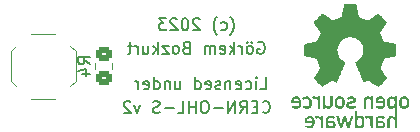
<source format=gbo>
G04 #@! TF.GenerationSoftware,KiCad,Pcbnew,(6.0.10)*
G04 #@! TF.CreationDate,2023-05-08T16:14:21+03:00*
G04 #@! TF.ProjectId,trinteract,7472696e-7465-4726-9163-742e6b696361,rev?*
G04 #@! TF.SameCoordinates,Original*
G04 #@! TF.FileFunction,Legend,Bot*
G04 #@! TF.FilePolarity,Positive*
%FSLAX46Y46*%
G04 Gerber Fmt 4.6, Leading zero omitted, Abs format (unit mm)*
G04 Created by KiCad (PCBNEW (6.0.10)) date 2023-05-08 16:14:21*
%MOMM*%
%LPD*%
G01*
G04 APERTURE LIST*
G04 Aperture macros list*
%AMRoundRect*
0 Rectangle with rounded corners*
0 $1 Rounding radius*
0 $2 $3 $4 $5 $6 $7 $8 $9 X,Y pos of 4 corners*
0 Add a 4 corners polygon primitive as box body*
4,1,4,$2,$3,$4,$5,$6,$7,$8,$9,$2,$3,0*
0 Add four circle primitives for the rounded corners*
1,1,$1+$1,$2,$3*
1,1,$1+$1,$4,$5*
1,1,$1+$1,$6,$7*
1,1,$1+$1,$8,$9*
0 Add four rect primitives between the rounded corners*
20,1,$1+$1,$2,$3,$4,$5,0*
20,1,$1+$1,$4,$5,$6,$7,0*
20,1,$1+$1,$6,$7,$8,$9,0*
20,1,$1+$1,$8,$9,$2,$3,0*%
G04 Aperture macros list end*
%ADD10C,0.150000*%
%ADD11C,0.120000*%
%ADD12C,5.600000*%
%ADD13C,1.752600*%
%ADD14R,1.000000X1.700000*%
%ADD15R,1.700000X1.700000*%
%ADD16O,1.700000X1.700000*%
%ADD17RoundRect,0.250000X0.450000X-0.350000X0.450000X0.350000X-0.450000X0.350000X-0.450000X-0.350000X0*%
G04 APERTURE END LIST*
D10*
X143190476Y-99000000D02*
X143285714Y-98952380D01*
X143428571Y-98952380D01*
X143571428Y-99000000D01*
X143666666Y-99095238D01*
X143714285Y-99190476D01*
X143761904Y-99380952D01*
X143761904Y-99523809D01*
X143714285Y-99714285D01*
X143666666Y-99809523D01*
X143571428Y-99904761D01*
X143428571Y-99952380D01*
X143333333Y-99952380D01*
X143190476Y-99904761D01*
X143142857Y-99857142D01*
X143142857Y-99523809D01*
X143333333Y-99523809D01*
X142571428Y-99952380D02*
X142666666Y-99904761D01*
X142714285Y-99857142D01*
X142761904Y-99761904D01*
X142761904Y-99476190D01*
X142714285Y-99380952D01*
X142666666Y-99333333D01*
X142571428Y-99285714D01*
X142428571Y-99285714D01*
X142333333Y-99333333D01*
X142285714Y-99380952D01*
X142238095Y-99476190D01*
X142238095Y-99761904D01*
X142285714Y-99857142D01*
X142333333Y-99904761D01*
X142428571Y-99952380D01*
X142571428Y-99952380D01*
X142666666Y-98952380D02*
X142619047Y-99000000D01*
X142666666Y-99047619D01*
X142714285Y-99000000D01*
X142666666Y-98952380D01*
X142666666Y-99047619D01*
X142285714Y-98952380D02*
X142238095Y-99000000D01*
X142285714Y-99047619D01*
X142333333Y-99000000D01*
X142285714Y-98952380D01*
X142285714Y-99047619D01*
X141809523Y-99952380D02*
X141809523Y-99285714D01*
X141809523Y-99476190D02*
X141761904Y-99380952D01*
X141714285Y-99333333D01*
X141619047Y-99285714D01*
X141523809Y-99285714D01*
X141190476Y-99952380D02*
X141190476Y-98952380D01*
X141095238Y-99571428D02*
X140809523Y-99952380D01*
X140809523Y-99285714D02*
X141190476Y-99666666D01*
X140000000Y-99904761D02*
X140095238Y-99952380D01*
X140285714Y-99952380D01*
X140380952Y-99904761D01*
X140428571Y-99809523D01*
X140428571Y-99428571D01*
X140380952Y-99333333D01*
X140285714Y-99285714D01*
X140095238Y-99285714D01*
X140000000Y-99333333D01*
X139952380Y-99428571D01*
X139952380Y-99523809D01*
X140428571Y-99619047D01*
X139523809Y-99952380D02*
X139523809Y-99285714D01*
X139523809Y-99380952D02*
X139476190Y-99333333D01*
X139380952Y-99285714D01*
X139238095Y-99285714D01*
X139142857Y-99333333D01*
X139095238Y-99428571D01*
X139095238Y-99952380D01*
X139095238Y-99428571D02*
X139047619Y-99333333D01*
X138952380Y-99285714D01*
X138809523Y-99285714D01*
X138714285Y-99333333D01*
X138666666Y-99428571D01*
X138666666Y-99952380D01*
X137095238Y-99428571D02*
X136952380Y-99476190D01*
X136904761Y-99523809D01*
X136857142Y-99619047D01*
X136857142Y-99761904D01*
X136904761Y-99857142D01*
X136952380Y-99904761D01*
X137047619Y-99952380D01*
X137428571Y-99952380D01*
X137428571Y-98952380D01*
X137095238Y-98952380D01*
X137000000Y-99000000D01*
X136952380Y-99047619D01*
X136904761Y-99142857D01*
X136904761Y-99238095D01*
X136952380Y-99333333D01*
X137000000Y-99380952D01*
X137095238Y-99428571D01*
X137428571Y-99428571D01*
X136285714Y-99952380D02*
X136380952Y-99904761D01*
X136428571Y-99857142D01*
X136476190Y-99761904D01*
X136476190Y-99476190D01*
X136428571Y-99380952D01*
X136380952Y-99333333D01*
X136285714Y-99285714D01*
X136142857Y-99285714D01*
X136047619Y-99333333D01*
X136000000Y-99380952D01*
X135952380Y-99476190D01*
X135952380Y-99761904D01*
X136000000Y-99857142D01*
X136047619Y-99904761D01*
X136142857Y-99952380D01*
X136285714Y-99952380D01*
X135619047Y-99285714D02*
X135095238Y-99285714D01*
X135619047Y-99952380D01*
X135095238Y-99952380D01*
X134714285Y-99952380D02*
X134714285Y-98952380D01*
X134619047Y-99571428D02*
X134333333Y-99952380D01*
X134333333Y-99285714D02*
X134714285Y-99666666D01*
X133476190Y-99285714D02*
X133476190Y-99952380D01*
X133904761Y-99285714D02*
X133904761Y-99809523D01*
X133857142Y-99904761D01*
X133761904Y-99952380D01*
X133619047Y-99952380D01*
X133523809Y-99904761D01*
X133476190Y-99857142D01*
X133000000Y-99952380D02*
X133000000Y-99285714D01*
X133000000Y-99476190D02*
X132952380Y-99380952D01*
X132904761Y-99333333D01*
X132809523Y-99285714D01*
X132714285Y-99285714D01*
X132523809Y-99285714D02*
X132142857Y-99285714D01*
X132380952Y-98952380D02*
X132380952Y-99809523D01*
X132333333Y-99904761D01*
X132238095Y-99952380D01*
X132142857Y-99952380D01*
X140857142Y-98333333D02*
X140904761Y-98285714D01*
X141000000Y-98142857D01*
X141047619Y-98047619D01*
X141095238Y-97904761D01*
X141142857Y-97666666D01*
X141142857Y-97476190D01*
X141095238Y-97238095D01*
X141047619Y-97095238D01*
X141000000Y-97000000D01*
X140904761Y-96857142D01*
X140857142Y-96809523D01*
X140047619Y-97904761D02*
X140142857Y-97952380D01*
X140333333Y-97952380D01*
X140428571Y-97904761D01*
X140476190Y-97857142D01*
X140523809Y-97761904D01*
X140523809Y-97476190D01*
X140476190Y-97380952D01*
X140428571Y-97333333D01*
X140333333Y-97285714D01*
X140142857Y-97285714D01*
X140047619Y-97333333D01*
X139714285Y-98333333D02*
X139666666Y-98285714D01*
X139571428Y-98142857D01*
X139523809Y-98047619D01*
X139476190Y-97904761D01*
X139428571Y-97666666D01*
X139428571Y-97476190D01*
X139476190Y-97238095D01*
X139523809Y-97095238D01*
X139571428Y-97000000D01*
X139666666Y-96857142D01*
X139714285Y-96809523D01*
X138238095Y-97047619D02*
X138190476Y-97000000D01*
X138095238Y-96952380D01*
X137857142Y-96952380D01*
X137761904Y-97000000D01*
X137714285Y-97047619D01*
X137666666Y-97142857D01*
X137666666Y-97238095D01*
X137714285Y-97380952D01*
X138285714Y-97952380D01*
X137666666Y-97952380D01*
X137047619Y-96952380D02*
X136952380Y-96952380D01*
X136857142Y-97000000D01*
X136809523Y-97047619D01*
X136761904Y-97142857D01*
X136714285Y-97333333D01*
X136714285Y-97571428D01*
X136761904Y-97761904D01*
X136809523Y-97857142D01*
X136857142Y-97904761D01*
X136952380Y-97952380D01*
X137047619Y-97952380D01*
X137142857Y-97904761D01*
X137190476Y-97857142D01*
X137238095Y-97761904D01*
X137285714Y-97571428D01*
X137285714Y-97333333D01*
X137238095Y-97142857D01*
X137190476Y-97047619D01*
X137142857Y-97000000D01*
X137047619Y-96952380D01*
X136333333Y-97047619D02*
X136285714Y-97000000D01*
X136190476Y-96952380D01*
X135952380Y-96952380D01*
X135857142Y-97000000D01*
X135809523Y-97047619D01*
X135761904Y-97142857D01*
X135761904Y-97238095D01*
X135809523Y-97380952D01*
X136380952Y-97952380D01*
X135761904Y-97952380D01*
X135428571Y-96952380D02*
X134809523Y-96952380D01*
X135142857Y-97333333D01*
X135000000Y-97333333D01*
X134904761Y-97380952D01*
X134857142Y-97428571D01*
X134809523Y-97523809D01*
X134809523Y-97761904D01*
X134857142Y-97857142D01*
X134904761Y-97904761D01*
X135000000Y-97952380D01*
X135285714Y-97952380D01*
X135380952Y-97904761D01*
X135428571Y-97857142D01*
X143571428Y-104857142D02*
X143619047Y-104904761D01*
X143761904Y-104952380D01*
X143857142Y-104952380D01*
X144000000Y-104904761D01*
X144095238Y-104809523D01*
X144142857Y-104714285D01*
X144190476Y-104523809D01*
X144190476Y-104380952D01*
X144142857Y-104190476D01*
X144095238Y-104095238D01*
X144000000Y-104000000D01*
X143857142Y-103952380D01*
X143761904Y-103952380D01*
X143619047Y-104000000D01*
X143571428Y-104047619D01*
X143142857Y-104428571D02*
X142809523Y-104428571D01*
X142666666Y-104952380D02*
X143142857Y-104952380D01*
X143142857Y-103952380D01*
X142666666Y-103952380D01*
X141666666Y-104952380D02*
X142000000Y-104476190D01*
X142238095Y-104952380D02*
X142238095Y-103952380D01*
X141857142Y-103952380D01*
X141761904Y-104000000D01*
X141714285Y-104047619D01*
X141666666Y-104142857D01*
X141666666Y-104285714D01*
X141714285Y-104380952D01*
X141761904Y-104428571D01*
X141857142Y-104476190D01*
X142238095Y-104476190D01*
X141238095Y-104952380D02*
X141238095Y-103952380D01*
X140666666Y-104952380D01*
X140666666Y-103952380D01*
X140190476Y-104571428D02*
X139428571Y-104571428D01*
X138761904Y-103952380D02*
X138571428Y-103952380D01*
X138476190Y-104000000D01*
X138380952Y-104095238D01*
X138333333Y-104285714D01*
X138333333Y-104619047D01*
X138380952Y-104809523D01*
X138476190Y-104904761D01*
X138571428Y-104952380D01*
X138761904Y-104952380D01*
X138857142Y-104904761D01*
X138952380Y-104809523D01*
X139000000Y-104619047D01*
X139000000Y-104285714D01*
X138952380Y-104095238D01*
X138857142Y-104000000D01*
X138761904Y-103952380D01*
X137904761Y-104952380D02*
X137904761Y-103952380D01*
X137904761Y-104428571D02*
X137333333Y-104428571D01*
X137333333Y-104952380D02*
X137333333Y-103952380D01*
X136380952Y-104952380D02*
X136857142Y-104952380D01*
X136857142Y-103952380D01*
X136047619Y-104571428D02*
X135285714Y-104571428D01*
X134857142Y-104904761D02*
X134714285Y-104952380D01*
X134476190Y-104952380D01*
X134380952Y-104904761D01*
X134333333Y-104857142D01*
X134285714Y-104761904D01*
X134285714Y-104666666D01*
X134333333Y-104571428D01*
X134380952Y-104523809D01*
X134476190Y-104476190D01*
X134666666Y-104428571D01*
X134761904Y-104380952D01*
X134809523Y-104333333D01*
X134857142Y-104238095D01*
X134857142Y-104142857D01*
X134809523Y-104047619D01*
X134761904Y-104000000D01*
X134666666Y-103952380D01*
X134428571Y-103952380D01*
X134285714Y-104000000D01*
X133190476Y-104285714D02*
X132952380Y-104952380D01*
X132714285Y-104285714D01*
X132380952Y-104047619D02*
X132333333Y-104000000D01*
X132238095Y-103952380D01*
X132000000Y-103952380D01*
X131904761Y-104000000D01*
X131857142Y-104047619D01*
X131809523Y-104142857D01*
X131809523Y-104238095D01*
X131857142Y-104380952D01*
X132428571Y-104952380D01*
X131809523Y-104952380D01*
X143380952Y-102952380D02*
X143857142Y-102952380D01*
X143857142Y-101952380D01*
X143047619Y-102952380D02*
X143047619Y-102285714D01*
X143047619Y-101952380D02*
X143095238Y-102000000D01*
X143047619Y-102047619D01*
X143000000Y-102000000D01*
X143047619Y-101952380D01*
X143047619Y-102047619D01*
X142142857Y-102904761D02*
X142238095Y-102952380D01*
X142428571Y-102952380D01*
X142523809Y-102904761D01*
X142571428Y-102857142D01*
X142619047Y-102761904D01*
X142619047Y-102476190D01*
X142571428Y-102380952D01*
X142523809Y-102333333D01*
X142428571Y-102285714D01*
X142238095Y-102285714D01*
X142142857Y-102333333D01*
X141333333Y-102904761D02*
X141428571Y-102952380D01*
X141619047Y-102952380D01*
X141714285Y-102904761D01*
X141761904Y-102809523D01*
X141761904Y-102428571D01*
X141714285Y-102333333D01*
X141619047Y-102285714D01*
X141428571Y-102285714D01*
X141333333Y-102333333D01*
X141285714Y-102428571D01*
X141285714Y-102523809D01*
X141761904Y-102619047D01*
X140857142Y-102285714D02*
X140857142Y-102952380D01*
X140857142Y-102380952D02*
X140809523Y-102333333D01*
X140714285Y-102285714D01*
X140571428Y-102285714D01*
X140476190Y-102333333D01*
X140428571Y-102428571D01*
X140428571Y-102952380D01*
X140000000Y-102904761D02*
X139904761Y-102952380D01*
X139714285Y-102952380D01*
X139619047Y-102904761D01*
X139571428Y-102809523D01*
X139571428Y-102761904D01*
X139619047Y-102666666D01*
X139714285Y-102619047D01*
X139857142Y-102619047D01*
X139952380Y-102571428D01*
X140000000Y-102476190D01*
X140000000Y-102428571D01*
X139952380Y-102333333D01*
X139857142Y-102285714D01*
X139714285Y-102285714D01*
X139619047Y-102333333D01*
X138761904Y-102904761D02*
X138857142Y-102952380D01*
X139047619Y-102952380D01*
X139142857Y-102904761D01*
X139190476Y-102809523D01*
X139190476Y-102428571D01*
X139142857Y-102333333D01*
X139047619Y-102285714D01*
X138857142Y-102285714D01*
X138761904Y-102333333D01*
X138714285Y-102428571D01*
X138714285Y-102523809D01*
X139190476Y-102619047D01*
X137857142Y-102952380D02*
X137857142Y-101952380D01*
X137857142Y-102904761D02*
X137952380Y-102952380D01*
X138142857Y-102952380D01*
X138238095Y-102904761D01*
X138285714Y-102857142D01*
X138333333Y-102761904D01*
X138333333Y-102476190D01*
X138285714Y-102380952D01*
X138238095Y-102333333D01*
X138142857Y-102285714D01*
X137952380Y-102285714D01*
X137857142Y-102333333D01*
X136190476Y-102285714D02*
X136190476Y-102952380D01*
X136619047Y-102285714D02*
X136619047Y-102809523D01*
X136571428Y-102904761D01*
X136476190Y-102952380D01*
X136333333Y-102952380D01*
X136238095Y-102904761D01*
X136190476Y-102857142D01*
X135714285Y-102285714D02*
X135714285Y-102952380D01*
X135714285Y-102380952D02*
X135666666Y-102333333D01*
X135571428Y-102285714D01*
X135428571Y-102285714D01*
X135333333Y-102333333D01*
X135285714Y-102428571D01*
X135285714Y-102952380D01*
X134380952Y-102952380D02*
X134380952Y-101952380D01*
X134380952Y-102904761D02*
X134476190Y-102952380D01*
X134666666Y-102952380D01*
X134761904Y-102904761D01*
X134809523Y-102857142D01*
X134857142Y-102761904D01*
X134857142Y-102476190D01*
X134809523Y-102380952D01*
X134761904Y-102333333D01*
X134666666Y-102285714D01*
X134476190Y-102285714D01*
X134380952Y-102333333D01*
X133523809Y-102904761D02*
X133619047Y-102952380D01*
X133809523Y-102952380D01*
X133904761Y-102904761D01*
X133952380Y-102809523D01*
X133952380Y-102428571D01*
X133904761Y-102333333D01*
X133809523Y-102285714D01*
X133619047Y-102285714D01*
X133523809Y-102333333D01*
X133476190Y-102428571D01*
X133476190Y-102523809D01*
X133952380Y-102619047D01*
X133047619Y-102952380D02*
X133047619Y-102285714D01*
X133047619Y-102476190D02*
X133000000Y-102380952D01*
X132952380Y-102333333D01*
X132857142Y-102285714D01*
X132761904Y-102285714D01*
G04 #@! TO.C,R4*
X128952380Y-100833333D02*
X128476190Y-100500000D01*
X128952380Y-100261904D02*
X127952380Y-100261904D01*
X127952380Y-100642857D01*
X128000000Y-100738095D01*
X128047619Y-100785714D01*
X128142857Y-100833333D01*
X128285714Y-100833333D01*
X128380952Y-100785714D01*
X128428571Y-100738095D01*
X128476190Y-100642857D01*
X128476190Y-100261904D01*
X128285714Y-101690476D02*
X128952380Y-101690476D01*
X127904761Y-101452380D02*
X128619047Y-101214285D01*
X128619047Y-101833333D01*
D11*
G04 #@! TO.C,SW1*
X124000000Y-103750000D02*
X126000000Y-103750000D01*
X127300000Y-99300000D02*
X127750000Y-99750000D01*
X124000000Y-98250000D02*
X126000000Y-98250000D01*
X122700000Y-99300000D02*
X122250000Y-99750000D01*
X122700000Y-102700000D02*
X122250000Y-102250000D01*
X127300000Y-102700000D02*
X127750000Y-102250000D01*
X122250000Y-99750000D02*
X122250000Y-102250000D01*
X127750000Y-99750000D02*
X127750000Y-102250000D01*
G04 #@! TO.C,R4*
X130860000Y-101227064D02*
X130860000Y-100772936D01*
X129390000Y-101227064D02*
X129390000Y-100772936D01*
G04 #@! TO.C,G\u002A\u002A\u002A*
G36*
X150712611Y-105569972D02*
G01*
X150725015Y-105608205D01*
X150753590Y-105695319D01*
X150779525Y-105773064D01*
X150801829Y-105838553D01*
X150819513Y-105888903D01*
X150831586Y-105921229D01*
X150837060Y-105932645D01*
X150838166Y-105931052D01*
X150845257Y-105911384D01*
X150857629Y-105871616D01*
X150874423Y-105814697D01*
X150894779Y-105743572D01*
X150917835Y-105661192D01*
X150942732Y-105570502D01*
X151041237Y-105208358D01*
X151145496Y-105208358D01*
X151163408Y-105208446D01*
X151207521Y-105209524D01*
X151238232Y-105211571D01*
X151249754Y-105214260D01*
X151249399Y-105215780D01*
X151243553Y-105235372D01*
X151231156Y-105275390D01*
X151213019Y-105333266D01*
X151189950Y-105406426D01*
X151162761Y-105492302D01*
X151132261Y-105588322D01*
X151099259Y-105691915D01*
X151090882Y-105718174D01*
X151057682Y-105822259D01*
X151026659Y-105919540D01*
X150998715Y-106007185D01*
X150974752Y-106082363D01*
X150955673Y-106142242D01*
X150942380Y-106183990D01*
X150935777Y-106204777D01*
X150922791Y-106245886D01*
X150833507Y-106242240D01*
X150744224Y-106238594D01*
X150637693Y-105880339D01*
X150628337Y-105848938D01*
X150601921Y-105760985D01*
X150577877Y-105681941D01*
X150557141Y-105614816D01*
X150540648Y-105562621D01*
X150529335Y-105528365D01*
X150524137Y-105515059D01*
X150523750Y-105514870D01*
X150520476Y-105519090D01*
X150514622Y-105533076D01*
X150505700Y-105558407D01*
X150493219Y-105596663D01*
X150476690Y-105649422D01*
X150455624Y-105718264D01*
X150429531Y-105804769D01*
X150397922Y-105910514D01*
X150360307Y-106037080D01*
X150316198Y-106186046D01*
X150298502Y-106245888D01*
X150209526Y-106242241D01*
X150120551Y-106238594D01*
X150024579Y-105938889D01*
X150014084Y-105906108D01*
X149981572Y-105804504D01*
X149947623Y-105698334D01*
X149914502Y-105594685D01*
X149884474Y-105500646D01*
X149859804Y-105423302D01*
X149791001Y-105207419D01*
X149898223Y-105211011D01*
X150005444Y-105214602D01*
X150102096Y-105568442D01*
X150109183Y-105594338D01*
X150133495Y-105682405D01*
X150155688Y-105761650D01*
X150174885Y-105829015D01*
X150190208Y-105881442D01*
X150200778Y-105915874D01*
X150205717Y-105929251D01*
X150206729Y-105930399D01*
X150208725Y-105932646D01*
X150210937Y-105932426D01*
X150214199Y-105927375D01*
X150219343Y-105915126D01*
X150227200Y-105893314D01*
X150238604Y-105859573D01*
X150254385Y-105811539D01*
X150275377Y-105746844D01*
X150302412Y-105663125D01*
X150336321Y-105558014D01*
X150447138Y-105214602D01*
X150521233Y-105210950D01*
X150595329Y-105207298D01*
X150712611Y-105569972D01*
G37*
G36*
X154758800Y-106244838D02*
G01*
X154758502Y-105929523D01*
X154758072Y-105822992D01*
X154756728Y-105732346D01*
X154754162Y-105660815D01*
X154750061Y-105605398D01*
X154744111Y-105563092D01*
X154735998Y-105530896D01*
X154725408Y-105505808D01*
X154712029Y-105484826D01*
X154694089Y-105462532D01*
X154652617Y-105426301D01*
X154603990Y-105407375D01*
X154540265Y-105401918D01*
X154493874Y-105404514D01*
X154440659Y-105419470D01*
X154399078Y-105451043D01*
X154362521Y-105502993D01*
X154355723Y-105515402D01*
X154348968Y-105530796D01*
X154343828Y-105549188D01*
X154340081Y-105573717D01*
X154337504Y-105607522D01*
X154335872Y-105653743D01*
X154334964Y-105715521D01*
X154334555Y-105795995D01*
X154334424Y-105898304D01*
X154334218Y-106244838D01*
X154134415Y-106244838D01*
X154134485Y-105867085D01*
X154134486Y-105862485D01*
X154134967Y-105758112D01*
X154136233Y-105663491D01*
X154138192Y-105581666D01*
X154140753Y-105515681D01*
X154143822Y-105468581D01*
X154147309Y-105443410D01*
X154152641Y-105426508D01*
X154189382Y-105354218D01*
X154243602Y-105289729D01*
X154309243Y-105240628D01*
X154312693Y-105238701D01*
X154350815Y-105219343D01*
X154384526Y-105208282D01*
X154423603Y-105203284D01*
X154477827Y-105202114D01*
X154510864Y-105202535D01*
X154559998Y-105206381D01*
X154598907Y-105215756D01*
X154637169Y-105232487D01*
X154658687Y-105244218D01*
X154694229Y-105266785D01*
X154717152Y-105285560D01*
X154732571Y-105299941D01*
X154748248Y-105308260D01*
X154750870Y-105297812D01*
X154753247Y-105265779D01*
X154755186Y-105215676D01*
X154756689Y-105151066D01*
X154757757Y-105075515D01*
X154758391Y-104992587D01*
X154758593Y-104905846D01*
X154758362Y-104818858D01*
X154757702Y-104735187D01*
X154756611Y-104658397D01*
X154755093Y-104592053D01*
X154753148Y-104539721D01*
X154750777Y-104504963D01*
X154747982Y-104491346D01*
X154734041Y-104493933D01*
X154713640Y-104510691D01*
X154676763Y-104540558D01*
X154623984Y-104569405D01*
X154565275Y-104592322D01*
X154510158Y-104604900D01*
X154483554Y-104606800D01*
X154399149Y-104597214D01*
X154318162Y-104565448D01*
X154246078Y-104513403D01*
X154242471Y-104510015D01*
X154211293Y-104478691D01*
X154187178Y-104448292D01*
X154169231Y-104415120D01*
X154156556Y-104375476D01*
X154148257Y-104325662D01*
X154143438Y-104261981D01*
X154141204Y-104180733D01*
X154140659Y-104078221D01*
X154340462Y-104078221D01*
X154340548Y-104107519D01*
X154342301Y-104185859D01*
X154347224Y-104244916D01*
X154356504Y-104288982D01*
X154371329Y-104322350D01*
X154392888Y-104349310D01*
X154422367Y-104374154D01*
X154429974Y-104379151D01*
X154473923Y-104395775D01*
X154528641Y-104404156D01*
X154583452Y-104403345D01*
X154627679Y-104392394D01*
X154652168Y-104379397D01*
X154690568Y-104347803D01*
X154718266Y-104304933D01*
X154736521Y-104247526D01*
X154746592Y-104172320D01*
X154749737Y-104076051D01*
X154749735Y-104060632D01*
X154749040Y-103998284D01*
X154746574Y-103953573D01*
X154741482Y-103920415D01*
X154732909Y-103892722D01*
X154719999Y-103864409D01*
X154690941Y-103815506D01*
X154653137Y-103778485D01*
X154605015Y-103759127D01*
X154540265Y-103753540D01*
X154500643Y-103755397D01*
X154445078Y-103769075D01*
X154402113Y-103798968D01*
X154365437Y-103848503D01*
X154357816Y-103862835D01*
X154350218Y-103883911D01*
X154345191Y-103911332D01*
X154342226Y-103949752D01*
X154340819Y-104003830D01*
X154340462Y-104078221D01*
X154140659Y-104078221D01*
X154140663Y-104067242D01*
X154141334Y-103966942D01*
X154143783Y-103887549D01*
X154148903Y-103825368D01*
X154157588Y-103776701D01*
X154170731Y-103737852D01*
X154189227Y-103705124D01*
X154213970Y-103674822D01*
X154245854Y-103643248D01*
X154276512Y-103617621D01*
X154354467Y-103573954D01*
X154438884Y-103552343D01*
X154525735Y-103552980D01*
X154610990Y-103576060D01*
X154690621Y-103621778D01*
X154707992Y-103634516D01*
X154734811Y-103652374D01*
X154749435Y-103659535D01*
X154751539Y-103658333D01*
X154756725Y-103641123D01*
X154758800Y-103609931D01*
X154758800Y-103559981D01*
X154958604Y-103559981D01*
X154958604Y-106244838D01*
X154758800Y-106244838D01*
G37*
G36*
X151051939Y-95753927D02*
G01*
X151149869Y-95754538D01*
X151242750Y-95755747D01*
X151327262Y-95757555D01*
X151400085Y-95759962D01*
X151457899Y-95762967D01*
X151497386Y-95766570D01*
X151515225Y-95770772D01*
X151518366Y-95774577D01*
X151526020Y-95792611D01*
X151535595Y-95825730D01*
X151547439Y-95875528D01*
X151561898Y-95943599D01*
X151579318Y-96031539D01*
X151600046Y-96140941D01*
X151624428Y-96273402D01*
X151629530Y-96301329D01*
X151649357Y-96408376D01*
X151668245Y-96508090D01*
X151685621Y-96597597D01*
X151700911Y-96674018D01*
X151713543Y-96734480D01*
X151722944Y-96776105D01*
X151728540Y-96796017D01*
X151730005Y-96799144D01*
X151737619Y-96810232D01*
X151750761Y-96821880D01*
X151771951Y-96835338D01*
X151803712Y-96851854D01*
X151848565Y-96872678D01*
X151909031Y-96899057D01*
X151987632Y-96932240D01*
X152086891Y-96973477D01*
X152111273Y-96983527D01*
X152198251Y-97018797D01*
X152278336Y-97050395D01*
X152348307Y-97077109D01*
X152404940Y-97097729D01*
X152445016Y-97111040D01*
X152465312Y-97115833D01*
X152472279Y-97114767D01*
X152493556Y-97106227D01*
X152526691Y-97088406D01*
X152573084Y-97060420D01*
X152634138Y-97021382D01*
X152711255Y-96970407D01*
X152805837Y-96906610D01*
X152919286Y-96829105D01*
X152953874Y-96805430D01*
X153043689Y-96744544D01*
X153127010Y-96688895D01*
X153201503Y-96639987D01*
X153264833Y-96599327D01*
X153314668Y-96568420D01*
X153348672Y-96548772D01*
X153364513Y-96541888D01*
X153365947Y-96542132D01*
X153384069Y-96553566D01*
X153416658Y-96580416D01*
X153461386Y-96620354D01*
X153515921Y-96671055D01*
X153577937Y-96730190D01*
X153645101Y-96795433D01*
X153715086Y-96864456D01*
X153785562Y-96934934D01*
X153854198Y-97004539D01*
X153918667Y-97070944D01*
X153976637Y-97131822D01*
X154025781Y-97184846D01*
X154063767Y-97227690D01*
X154088267Y-97258026D01*
X154096952Y-97273527D01*
X154096927Y-97273928D01*
X154089253Y-97291043D01*
X154068973Y-97326059D01*
X154037659Y-97376525D01*
X153996882Y-97439993D01*
X153948217Y-97514011D01*
X153893235Y-97596132D01*
X153833508Y-97683904D01*
X153832833Y-97684889D01*
X153772063Y-97773661D01*
X153714889Y-97857485D01*
X153663071Y-97933756D01*
X153618370Y-97999871D01*
X153582547Y-98053224D01*
X153557363Y-98091212D01*
X153544578Y-98111231D01*
X153519092Y-98154427D01*
X153679602Y-98529744D01*
X153705959Y-98591119D01*
X153750509Y-98693256D01*
X153786965Y-98774296D01*
X153816010Y-98835655D01*
X153838327Y-98878752D01*
X153854599Y-98905004D01*
X153865508Y-98915829D01*
X153867430Y-98916494D01*
X153890190Y-98922013D01*
X153934072Y-98931309D01*
X153996259Y-98943827D01*
X154073932Y-98959016D01*
X154164272Y-98976323D01*
X154264461Y-98995196D01*
X154371681Y-99015081D01*
X154411683Y-99022464D01*
X154537666Y-99046083D01*
X154640906Y-99066113D01*
X154722893Y-99082880D01*
X154785114Y-99096709D01*
X154829058Y-99107927D01*
X154856213Y-99116861D01*
X154868068Y-99123835D01*
X154868271Y-99124125D01*
X154872445Y-99142950D01*
X154876021Y-99183275D01*
X154878999Y-99241781D01*
X154881379Y-99315151D01*
X154883160Y-99400065D01*
X154884343Y-99493206D01*
X154884928Y-99591255D01*
X154884914Y-99690893D01*
X154884302Y-99788802D01*
X154883092Y-99881664D01*
X154881284Y-99966160D01*
X154878877Y-100038972D01*
X154875872Y-100096782D01*
X154872269Y-100136270D01*
X154868068Y-100154120D01*
X154865889Y-100156180D01*
X154849899Y-100163738D01*
X154818787Y-100173243D01*
X154770968Y-100185048D01*
X154704854Y-100199504D01*
X154618857Y-100216965D01*
X154511392Y-100237781D01*
X154380870Y-100262307D01*
X154363668Y-100265509D01*
X154258533Y-100285320D01*
X154160970Y-100304099D01*
X154073813Y-100321273D01*
X153999896Y-100336269D01*
X153942051Y-100348515D01*
X153903111Y-100357435D01*
X153885911Y-100362458D01*
X153880826Y-100368419D01*
X153866065Y-100395095D01*
X153844653Y-100439786D01*
X153817953Y-100499142D01*
X153787327Y-100569818D01*
X153754139Y-100648465D01*
X153719753Y-100731736D01*
X153685529Y-100816285D01*
X153652833Y-100898763D01*
X153623026Y-100975824D01*
X153597473Y-101044120D01*
X153577535Y-101100303D01*
X153564576Y-101141027D01*
X153559958Y-101162944D01*
X153560019Y-101163956D01*
X153568755Y-101186054D01*
X153592142Y-101227906D01*
X153629995Y-101289215D01*
X153682124Y-101369684D01*
X153748344Y-101469019D01*
X153828466Y-101586923D01*
X153836643Y-101598878D01*
X153896380Y-101686963D01*
X153951190Y-101769055D01*
X153999520Y-101842735D01*
X154039815Y-101905584D01*
X154070522Y-101955182D01*
X154090085Y-101989109D01*
X154096952Y-102004945D01*
X154096178Y-102008059D01*
X154081755Y-102029643D01*
X154049094Y-102068116D01*
X153998177Y-102123494D01*
X153928990Y-102195796D01*
X153841515Y-102285038D01*
X153735737Y-102391238D01*
X153648478Y-102477928D01*
X153561354Y-102563426D01*
X153490313Y-102631767D01*
X153434775Y-102683490D01*
X153394161Y-102719131D01*
X153367892Y-102739229D01*
X153355388Y-102744322D01*
X153355333Y-102744300D01*
X153340733Y-102735579D01*
X153308043Y-102714299D01*
X153259684Y-102682090D01*
X153198077Y-102640583D01*
X153125643Y-102591410D01*
X153044802Y-102536201D01*
X152957975Y-102476586D01*
X152957412Y-102476198D01*
X152870460Y-102416529D01*
X152789363Y-102361228D01*
X152716568Y-102311936D01*
X152654521Y-102270296D01*
X152605668Y-102237949D01*
X152572455Y-102216537D01*
X152557329Y-102207702D01*
X152555529Y-102207230D01*
X152531992Y-102211206D01*
X152488589Y-102227893D01*
X152424890Y-102257476D01*
X152340461Y-102300138D01*
X152278604Y-102331933D01*
X152222473Y-102359708D01*
X152182631Y-102377613D01*
X152156053Y-102386862D01*
X152139717Y-102388665D01*
X152130597Y-102384235D01*
X152130427Y-102384029D01*
X152122534Y-102368527D01*
X152106082Y-102332074D01*
X152081936Y-102276711D01*
X152050963Y-102204482D01*
X152014031Y-102117430D01*
X151972007Y-102017597D01*
X151925757Y-101907028D01*
X151876148Y-101787764D01*
X151824048Y-101661849D01*
X151804245Y-101613867D01*
X151735934Y-101448346D01*
X151676395Y-101304036D01*
X151625037Y-101179453D01*
X151581270Y-101073113D01*
X151544502Y-100983534D01*
X151514143Y-100909232D01*
X151489603Y-100848724D01*
X151470290Y-100800526D01*
X151455614Y-100763156D01*
X151444985Y-100735130D01*
X151437811Y-100714964D01*
X151433502Y-100701176D01*
X151431468Y-100692282D01*
X151431117Y-100686799D01*
X151431859Y-100683244D01*
X151433103Y-100680133D01*
X151439968Y-100671853D01*
X151464411Y-100651049D01*
X151501808Y-100622998D01*
X151547419Y-100591378D01*
X151670164Y-100500449D01*
X151796603Y-100382027D01*
X151900458Y-100253526D01*
X151981550Y-100115264D01*
X152039696Y-99967557D01*
X152074717Y-99810725D01*
X152086431Y-99645084D01*
X152086367Y-99632503D01*
X152073021Y-99466997D01*
X152036464Y-99310691D01*
X151976759Y-99163743D01*
X151893969Y-99026311D01*
X151788158Y-98898555D01*
X151692277Y-98807965D01*
X151563473Y-98714148D01*
X151423145Y-98641441D01*
X151268486Y-98588166D01*
X151242090Y-98581723D01*
X151146054Y-98566670D01*
X151038099Y-98559787D01*
X150927103Y-98561076D01*
X150821948Y-98570535D01*
X150731514Y-98588166D01*
X150607509Y-98628909D01*
X150464454Y-98697468D01*
X150333501Y-98786791D01*
X150211842Y-98898555D01*
X150203243Y-98907654D01*
X150099130Y-99036130D01*
X150018042Y-99174269D01*
X149960044Y-99321914D01*
X149925199Y-99478905D01*
X149913569Y-99645084D01*
X149921740Y-99783991D01*
X149952927Y-99942299D01*
X150007270Y-100091533D01*
X150084588Y-100231376D01*
X150184700Y-100361509D01*
X150307424Y-100481616D01*
X150452581Y-100591378D01*
X150485155Y-100613719D01*
X150525514Y-100643227D01*
X150554341Y-100666592D01*
X150566897Y-100680133D01*
X150567245Y-100681004D01*
X150568413Y-100684089D01*
X150568921Y-100688014D01*
X150568178Y-100694262D01*
X150565594Y-100704318D01*
X150560578Y-100719664D01*
X150552539Y-100741784D01*
X150540887Y-100772160D01*
X150525031Y-100812277D01*
X150504380Y-100863617D01*
X150478343Y-100927663D01*
X150446331Y-101005900D01*
X150407751Y-101099810D01*
X150362014Y-101210877D01*
X150308529Y-101340583D01*
X150246705Y-101490413D01*
X150175952Y-101661849D01*
X150173012Y-101668970D01*
X150121028Y-101794570D01*
X150071582Y-101913405D01*
X150025544Y-102023433D01*
X149983779Y-102122610D01*
X149947155Y-102208894D01*
X149916538Y-102280241D01*
X149892796Y-102334609D01*
X149876796Y-102369955D01*
X149869403Y-102384235D01*
X149862161Y-102388341D01*
X149847192Y-102387624D01*
X149822469Y-102379657D01*
X149784969Y-102363228D01*
X149731667Y-102337126D01*
X149659539Y-102300138D01*
X149645905Y-102293088D01*
X149564529Y-102252346D01*
X149503819Y-102224658D01*
X149463344Y-102209838D01*
X149442671Y-102207702D01*
X149442637Y-102207715D01*
X149427389Y-102216634D01*
X149394070Y-102238121D01*
X149345125Y-102270532D01*
X149283003Y-102312225D01*
X149210147Y-102361560D01*
X149129006Y-102416894D01*
X149042025Y-102476586D01*
X149040957Y-102477321D01*
X148954188Y-102536892D01*
X148873433Y-102592039D01*
X148801114Y-102641130D01*
X148739652Y-102682534D01*
X148691467Y-102714622D01*
X148658980Y-102735761D01*
X148644611Y-102744322D01*
X148640093Y-102743165D01*
X148619142Y-102728443D01*
X148584343Y-102699000D01*
X148537961Y-102657096D01*
X148482263Y-102604991D01*
X148419517Y-102544945D01*
X148351988Y-102479218D01*
X148281945Y-102410070D01*
X148211652Y-102339762D01*
X148143378Y-102270553D01*
X148079389Y-102204703D01*
X148021951Y-102144473D01*
X147973331Y-102092122D01*
X147935796Y-102049910D01*
X147911613Y-102020098D01*
X147903048Y-102004945D01*
X147903172Y-102003976D01*
X147911805Y-101985611D01*
X147932929Y-101949476D01*
X147964992Y-101897989D01*
X148006437Y-101833570D01*
X148055712Y-101758640D01*
X148111263Y-101675617D01*
X148171534Y-101586923D01*
X148179327Y-101575532D01*
X148258203Y-101459292D01*
X148323159Y-101361647D01*
X148374008Y-101282893D01*
X148410564Y-101223328D01*
X148432637Y-101183246D01*
X148440042Y-101162944D01*
X148438360Y-101152286D01*
X148428590Y-101118720D01*
X148411293Y-101068348D01*
X148387833Y-101004519D01*
X148359573Y-100930580D01*
X148327874Y-100849877D01*
X148294101Y-100765758D01*
X148259616Y-100681571D01*
X148225782Y-100600663D01*
X148193963Y-100526380D01*
X148165521Y-100462071D01*
X148141819Y-100411083D01*
X148124221Y-100376763D01*
X148114089Y-100362458D01*
X148112926Y-100361944D01*
X148092085Y-100356264D01*
X148049954Y-100346778D01*
X147989368Y-100334057D01*
X147913160Y-100318677D01*
X147824162Y-100301210D01*
X147725207Y-100282229D01*
X147619130Y-100262307D01*
X147574864Y-100254054D01*
X147451875Y-100230750D01*
X147351435Y-100211043D01*
X147271957Y-100194580D01*
X147211855Y-100181009D01*
X147169542Y-100169976D01*
X147143430Y-100161131D01*
X147131932Y-100154120D01*
X147128521Y-100145729D01*
X147124950Y-100124280D01*
X147122081Y-100088914D01*
X147119859Y-100037789D01*
X147118228Y-99969061D01*
X147117132Y-99880889D01*
X147116516Y-99771430D01*
X147116322Y-99638840D01*
X147116447Y-99529918D01*
X147116977Y-99416203D01*
X147117974Y-99324129D01*
X147119495Y-99251851D01*
X147121595Y-99197526D01*
X147124331Y-99159310D01*
X147127758Y-99135361D01*
X147131932Y-99123835D01*
X147133822Y-99122041D01*
X147149857Y-99114545D01*
X147181614Y-99104998D01*
X147230581Y-99093073D01*
X147298247Y-99078445D01*
X147386099Y-99060788D01*
X147495627Y-99039775D01*
X147628319Y-99015081D01*
X147652915Y-99010546D01*
X147758799Y-98990840D01*
X147857018Y-98972272D01*
X147944753Y-98955393D01*
X148019186Y-98940757D01*
X148077499Y-98928916D01*
X148116874Y-98920422D01*
X148134492Y-98915829D01*
X148139489Y-98912086D01*
X148153078Y-98893483D01*
X148172382Y-98858723D01*
X148198083Y-98806386D01*
X148230864Y-98735057D01*
X148271408Y-98643315D01*
X148320398Y-98529744D01*
X148480908Y-98154427D01*
X148456435Y-98113030D01*
X148456262Y-98112739D01*
X148443347Y-98092605D01*
X148418074Y-98054552D01*
X148382191Y-98001162D01*
X148337446Y-97935019D01*
X148285585Y-97858705D01*
X148228356Y-97774803D01*
X148167505Y-97685897D01*
X148162954Y-97679255D01*
X148103413Y-97591627D01*
X148048727Y-97509831D01*
X148000467Y-97436311D01*
X147960199Y-97373512D01*
X147929495Y-97323879D01*
X147909921Y-97289854D01*
X147903048Y-97273883D01*
X147903286Y-97272464D01*
X147914698Y-97254352D01*
X147941543Y-97221782D01*
X147981494Y-97177080D01*
X148032220Y-97122576D01*
X148091394Y-97060598D01*
X148156685Y-96993472D01*
X148225765Y-96923529D01*
X148296305Y-96853094D01*
X148365975Y-96784498D01*
X148432448Y-96720068D01*
X148493394Y-96662131D01*
X148546483Y-96613017D01*
X148589387Y-96575053D01*
X148619777Y-96550567D01*
X148635324Y-96541888D01*
X148638957Y-96542861D01*
X148661856Y-96554666D01*
X148702051Y-96578675D01*
X148757204Y-96613385D01*
X148824982Y-96657288D01*
X148903050Y-96708880D01*
X148989072Y-96766654D01*
X149080714Y-96829105D01*
X149145638Y-96873528D01*
X149257035Y-96948939D01*
X149349023Y-97009980D01*
X149422063Y-97056945D01*
X149476616Y-97090128D01*
X149513143Y-97109823D01*
X149532107Y-97116323D01*
X149532168Y-97116323D01*
X149552288Y-97111613D01*
X149592025Y-97098456D01*
X149648010Y-97078107D01*
X149716875Y-97051825D01*
X149795251Y-97020868D01*
X149879769Y-96986494D01*
X149944866Y-96959660D01*
X150035952Y-96922088D01*
X150107797Y-96892223D01*
X150162777Y-96868866D01*
X150203264Y-96850814D01*
X150231634Y-96836868D01*
X150250261Y-96825825D01*
X150261519Y-96816486D01*
X150267781Y-96807650D01*
X150271423Y-96798115D01*
X150274819Y-96786681D01*
X150275483Y-96784378D01*
X150281281Y-96759074D01*
X150290866Y-96712710D01*
X150303670Y-96648204D01*
X150319126Y-96568476D01*
X150336667Y-96476447D01*
X150355726Y-96375034D01*
X150375735Y-96267159D01*
X150385654Y-96213545D01*
X150408769Y-96090686D01*
X150428327Y-95990305D01*
X150444671Y-95910837D01*
X150458147Y-95850716D01*
X150469097Y-95808375D01*
X150477867Y-95782250D01*
X150484800Y-95770772D01*
X150485073Y-95770582D01*
X150503892Y-95766405D01*
X150544219Y-95762827D01*
X150602733Y-95759847D01*
X150676116Y-95757466D01*
X150761048Y-95755683D01*
X150854209Y-95754500D01*
X150952279Y-95753914D01*
X151051939Y-95753927D01*
G37*
G36*
X152549531Y-103561031D02*
G01*
X152623550Y-103588340D01*
X152684500Y-103628937D01*
X152702871Y-103644411D01*
X152727242Y-103660838D01*
X152740178Y-103663820D01*
X152741541Y-103661776D01*
X152746340Y-103640782D01*
X152748279Y-103607850D01*
X152748279Y-103559981D01*
X152948083Y-103559981D01*
X152948083Y-104596460D01*
X152748279Y-104596460D01*
X152748279Y-104298460D01*
X152748267Y-104280272D01*
X152747424Y-104164557D01*
X152745056Y-104070703D01*
X152740884Y-103996007D01*
X152734631Y-103937763D01*
X152726018Y-103893269D01*
X152714767Y-103859819D01*
X152700601Y-103834710D01*
X152671021Y-103805900D01*
X152624822Y-103776957D01*
X152574197Y-103755615D01*
X152529744Y-103747296D01*
X152496751Y-103751312D01*
X152440041Y-103773137D01*
X152388693Y-103809041D01*
X152352051Y-103853442D01*
X152345274Y-103866073D01*
X152338498Y-103881762D01*
X152333342Y-103900378D01*
X152329583Y-103925071D01*
X152326996Y-103958990D01*
X152325358Y-104005285D01*
X152324445Y-104067107D01*
X152324035Y-104147604D01*
X152323902Y-104249927D01*
X152323697Y-104596460D01*
X152123894Y-104596460D01*
X152124016Y-104206220D01*
X152124043Y-104145999D01*
X152124215Y-104048828D01*
X152124708Y-103972052D01*
X152125719Y-103912671D01*
X152127447Y-103867682D01*
X152130086Y-103834083D01*
X152133835Y-103808871D01*
X152138890Y-103789045D01*
X152145449Y-103771602D01*
X152153707Y-103753540D01*
X152197825Y-103681270D01*
X152262502Y-103617647D01*
X152341652Y-103574140D01*
X152434013Y-103551655D01*
X152472128Y-103549998D01*
X152549531Y-103561031D01*
G37*
G36*
X148028299Y-103557194D02*
G01*
X148107665Y-103582946D01*
X148176686Y-103629162D01*
X148194746Y-103644983D01*
X148219388Y-103664676D01*
X148232364Y-103672370D01*
X148234707Y-103669799D01*
X148238656Y-103649699D01*
X148240216Y-103616175D01*
X148240216Y-103559981D01*
X148440020Y-103559981D01*
X148440020Y-104596460D01*
X148240216Y-104596460D01*
X148240216Y-104277310D01*
X148239975Y-104178428D01*
X148238816Y-104084757D01*
X148236258Y-104010480D01*
X148231824Y-103952604D01*
X148225037Y-103908138D01*
X148215420Y-103874091D01*
X148202496Y-103847472D01*
X148185787Y-103825288D01*
X148164817Y-103804549D01*
X148141832Y-103786011D01*
X148081050Y-103756513D01*
X148015932Y-103751594D01*
X147946233Y-103771216D01*
X147923343Y-103781038D01*
X147896321Y-103791553D01*
X147885138Y-103794277D01*
X147883253Y-103791783D01*
X147868943Y-103774550D01*
X147843777Y-103744873D01*
X147811539Y-103707227D01*
X147739502Y-103623451D01*
X147803517Y-103591012D01*
X147857039Y-103568972D01*
X147943215Y-103552378D01*
X148028299Y-103557194D01*
G37*
G36*
X147434991Y-103572245D02*
G01*
X147524388Y-103611139D01*
X147603646Y-103668295D01*
X147669334Y-103742413D01*
X147718020Y-103832192D01*
X147723584Y-103846504D01*
X147733675Y-103877674D01*
X147740351Y-103910638D01*
X147744285Y-103951188D01*
X147746152Y-104005118D01*
X147746625Y-104078221D01*
X147746549Y-104112414D01*
X147745559Y-104176552D01*
X147742884Y-104224012D01*
X147737852Y-104260586D01*
X147729788Y-104292068D01*
X147718020Y-104324249D01*
X147700037Y-104362916D01*
X147644494Y-104444399D01*
X147572632Y-104513260D01*
X147489240Y-104565406D01*
X147399106Y-104596746D01*
X147365287Y-104601248D01*
X147313610Y-104603663D01*
X147260196Y-104602601D01*
X147244723Y-104601303D01*
X147166672Y-104585266D01*
X147087447Y-104555722D01*
X147015737Y-104516473D01*
X146960226Y-104471320D01*
X146922763Y-104431901D01*
X146996231Y-104366467D01*
X147069699Y-104301032D01*
X147102377Y-104331370D01*
X147115783Y-104343344D01*
X147166743Y-104378299D01*
X147222084Y-104396691D01*
X147291150Y-104402018D01*
X147342610Y-104398995D01*
X147412705Y-104380509D01*
X147468241Y-104343841D01*
X147512268Y-104287411D01*
X147521671Y-104270995D01*
X147533509Y-104246397D01*
X147540977Y-104220819D01*
X147545072Y-104188262D01*
X147546796Y-104142729D01*
X147547148Y-104078221D01*
X147547108Y-104052982D01*
X147546265Y-103995043D01*
X147543639Y-103954098D01*
X147538331Y-103924232D01*
X147529440Y-103899528D01*
X147516063Y-103874071D01*
X147496912Y-103845151D01*
X147443502Y-103794974D01*
X147375323Y-103764828D01*
X147292123Y-103754578D01*
X147268532Y-103754954D01*
X147205320Y-103763423D01*
X147153051Y-103785638D01*
X147102377Y-103825071D01*
X147069699Y-103855409D01*
X146996231Y-103788814D01*
X146922763Y-103722218D01*
X146972714Y-103677012D01*
X146998917Y-103655935D01*
X147047186Y-103623624D01*
X147096193Y-103596576D01*
X147140289Y-103578139D01*
X147239510Y-103554445D01*
X147338888Y-103552913D01*
X147434991Y-103572245D01*
G37*
G36*
X147989796Y-105734098D02*
G01*
X147977225Y-105870207D01*
X147969211Y-105911504D01*
X147934896Y-106014153D01*
X147883276Y-106099685D01*
X147815160Y-106167221D01*
X147731359Y-106215880D01*
X147632683Y-106244781D01*
X147584416Y-106250857D01*
X147483214Y-106249018D01*
X147384956Y-106229044D01*
X147295650Y-106192454D01*
X147221299Y-106140765D01*
X147163196Y-106088161D01*
X147232584Y-106028881D01*
X147301971Y-105969601D01*
X147360228Y-106006547D01*
X147428429Y-106040782D01*
X147512103Y-106060337D01*
X147595056Y-106056349D01*
X147674163Y-106028599D01*
X147702819Y-106009805D01*
X147747132Y-105958589D01*
X147776684Y-105888938D01*
X147782330Y-105869467D01*
X147788956Y-105845655D01*
X147791120Y-105827538D01*
X147786258Y-105814343D01*
X147771806Y-105805299D01*
X147745201Y-105799632D01*
X147703879Y-105796569D01*
X147645277Y-105795338D01*
X147566831Y-105795166D01*
X147465978Y-105795280D01*
X147141298Y-105795280D01*
X147141298Y-105678914D01*
X147142262Y-105634209D01*
X147142411Y-105632940D01*
X147337909Y-105632940D01*
X147564284Y-105632940D01*
X147640112Y-105632981D01*
X147702140Y-105632416D01*
X147744970Y-105630094D01*
X147771623Y-105624862D01*
X147785120Y-105615567D01*
X147788481Y-105601056D01*
X147784726Y-105580174D01*
X147776875Y-105551770D01*
X147764760Y-105517149D01*
X147726076Y-105455980D01*
X147672274Y-105412532D01*
X147606692Y-105389046D01*
X147532672Y-105387766D01*
X147464615Y-105407968D01*
X147408719Y-105448355D01*
X147368635Y-105506862D01*
X147346106Y-105581679D01*
X147337909Y-105632940D01*
X147142411Y-105632940D01*
X147155236Y-105524064D01*
X147184236Y-105431420D01*
X147230378Y-105354195D01*
X147294781Y-105290311D01*
X147378564Y-105237687D01*
X147388706Y-105232615D01*
X147424677Y-105217022D01*
X147459319Y-105207947D01*
X147501388Y-105203690D01*
X147559636Y-105202553D01*
X147647973Y-105207850D01*
X147726391Y-105226992D01*
X147792694Y-105261956D01*
X147851924Y-105314677D01*
X147910398Y-105393587D01*
X147955982Y-105494010D01*
X147980938Y-105601056D01*
X147982582Y-105608107D01*
X147989796Y-105734098D01*
G37*
G36*
X151204723Y-103561594D02*
G01*
X151293461Y-103589842D01*
X151329139Y-103608299D01*
X151397039Y-103660454D01*
X151443405Y-103725255D01*
X151468182Y-103802609D01*
X151471315Y-103892424D01*
X151465386Y-103935779D01*
X151440101Y-104007932D01*
X151395160Y-104065946D01*
X151328749Y-104112623D01*
X151306274Y-104123835D01*
X151272106Y-104136772D01*
X151230991Y-104146840D01*
X151176930Y-104155405D01*
X151103923Y-104163836D01*
X151052217Y-104169558D01*
X150987389Y-104178564D01*
X150941115Y-104188467D01*
X150909460Y-104200503D01*
X150888489Y-104215909D01*
X150874266Y-104235918D01*
X150868704Y-104250122D01*
X150866955Y-104292992D01*
X150881083Y-104336812D01*
X150908437Y-104371098D01*
X150912082Y-104373887D01*
X150972308Y-104404304D01*
X151045319Y-104418391D01*
X151125907Y-104416706D01*
X151208862Y-104399808D01*
X151288977Y-104368254D01*
X151361042Y-104322603D01*
X151407907Y-104285486D01*
X151543215Y-104423516D01*
X151501064Y-104459132D01*
X151469910Y-104482978D01*
X151395439Y-104528022D01*
X151313035Y-104565842D01*
X151233986Y-104590870D01*
X151209385Y-104595933D01*
X151104139Y-104606169D01*
X151000492Y-104599160D01*
X150903383Y-104575979D01*
X150817751Y-104537698D01*
X150748534Y-104485392D01*
X150748113Y-104484972D01*
X150699228Y-104420296D01*
X150670965Y-104347697D01*
X150662683Y-104271583D01*
X150673736Y-104196359D01*
X150703483Y-104126431D01*
X150751279Y-104066206D01*
X150816481Y-104020089D01*
X150843599Y-104008939D01*
X150888803Y-103997331D01*
X150950769Y-103987386D01*
X151033603Y-103978315D01*
X151095883Y-103971803D01*
X151161863Y-103962087D01*
X151208829Y-103950248D01*
X151240225Y-103934987D01*
X151259495Y-103915002D01*
X151270081Y-103888993D01*
X151273037Y-103855309D01*
X151257800Y-103807701D01*
X151220723Y-103767303D01*
X151205119Y-103757190D01*
X151178700Y-103747297D01*
X151142174Y-103742508D01*
X151088155Y-103741378D01*
X151034031Y-103742951D01*
X150992346Y-103749085D01*
X150952043Y-103762512D01*
X150901696Y-103785963D01*
X150812528Y-103830224D01*
X150687662Y-103686662D01*
X150724570Y-103660381D01*
X150797254Y-103617475D01*
X150895295Y-103579625D01*
X150999788Y-103557211D01*
X151104881Y-103550959D01*
X151204723Y-103561594D01*
G37*
G36*
X155979405Y-104235833D02*
G01*
X155964699Y-104315842D01*
X155943663Y-104378263D01*
X155902862Y-104444167D01*
X155838136Y-104510677D01*
X155759837Y-104562888D01*
X155673719Y-104596155D01*
X155648137Y-104600947D01*
X155584032Y-104604616D01*
X155512868Y-104600729D01*
X155445152Y-104590124D01*
X155391390Y-104573639D01*
X155364230Y-104559926D01*
X155294570Y-104509905D01*
X155232889Y-104445276D01*
X155186760Y-104373449D01*
X155184290Y-104368407D01*
X155172599Y-104343318D01*
X155164155Y-104320281D01*
X155158430Y-104294792D01*
X155154897Y-104262346D01*
X155153026Y-104218439D01*
X155152291Y-104158565D01*
X155152163Y-104078221D01*
X155346271Y-104078221D01*
X155348277Y-104159175D01*
X155356558Y-104233008D01*
X155372828Y-104289283D01*
X155398756Y-104331717D01*
X155436011Y-104364029D01*
X155486265Y-104389937D01*
X155529681Y-104403374D01*
X155599134Y-104406076D01*
X155663441Y-104386415D01*
X155718412Y-104345980D01*
X155759857Y-104286355D01*
X155771960Y-104258454D01*
X155780274Y-104229284D01*
X155785178Y-104193626D01*
X155787508Y-104145324D01*
X155788099Y-104078221D01*
X155787527Y-104011677D01*
X155785233Y-103963327D01*
X155780374Y-103927635D01*
X155772106Y-103898426D01*
X155759584Y-103869522D01*
X155744481Y-103843079D01*
X155698947Y-103794027D01*
X155643004Y-103763118D01*
X155581288Y-103750259D01*
X155518434Y-103755355D01*
X155459078Y-103778312D01*
X155407856Y-103819037D01*
X155369403Y-103877436D01*
X155365352Y-103886939D01*
X155356018Y-103917346D01*
X155350164Y-103955555D01*
X155347135Y-104007277D01*
X155346271Y-104078221D01*
X155152163Y-104078221D01*
X155152224Y-104031420D01*
X155152830Y-103961144D01*
X155154430Y-103909083D01*
X155157442Y-103870841D01*
X155162287Y-103842019D01*
X155169382Y-103818222D01*
X155179148Y-103795053D01*
X155188271Y-103776809D01*
X155239708Y-103702244D01*
X155306641Y-103636813D01*
X155381419Y-103588334D01*
X155391761Y-103583333D01*
X155428544Y-103567891D01*
X155463640Y-103558997D01*
X155505921Y-103554998D01*
X155564258Y-103554238D01*
X155605087Y-103554959D01*
X155658129Y-103559082D01*
X155700656Y-103568140D01*
X155741605Y-103583614D01*
X155764607Y-103595460D01*
X155820365Y-103634759D01*
X155874759Y-103685294D01*
X155920631Y-103739949D01*
X155950825Y-103791609D01*
X155955158Y-103802725D01*
X155973313Y-103871778D01*
X155984734Y-103956209D01*
X155989503Y-104049423D01*
X155988959Y-104078221D01*
X155987700Y-104144829D01*
X155979405Y-104235833D01*
G37*
G36*
X152555682Y-105220427D02*
G01*
X152638814Y-105265462D01*
X152665464Y-105284156D01*
X152691927Y-105301547D01*
X152704601Y-105308260D01*
X152705989Y-105306995D01*
X152709436Y-105289603D01*
X152710816Y-105258309D01*
X152710816Y-105208358D01*
X152910619Y-105208358D01*
X152910619Y-106244838D01*
X152712263Y-106244838D01*
X152708418Y-105898304D01*
X152707893Y-105852443D01*
X152706625Y-105758981D01*
X152705149Y-105686025D01*
X152703227Y-105630421D01*
X152700622Y-105589015D01*
X152697097Y-105558655D01*
X152692415Y-105536187D01*
X152686338Y-105518458D01*
X152678630Y-105502315D01*
X152649482Y-105461651D01*
X152597874Y-105422699D01*
X152536385Y-105401459D01*
X152470929Y-105399738D01*
X152407421Y-105419347D01*
X152360986Y-105443021D01*
X152292391Y-105364890D01*
X152281678Y-105352541D01*
X152252144Y-105316764D01*
X152231538Y-105289140D01*
X152223795Y-105274833D01*
X152234637Y-105258977D01*
X152263407Y-105240480D01*
X152303564Y-105222449D01*
X152348563Y-105207818D01*
X152391859Y-105199519D01*
X152465596Y-105199220D01*
X152555682Y-105220427D01*
G37*
G36*
X146852609Y-104137554D02*
G01*
X146840480Y-104249758D01*
X146815376Y-104344010D01*
X146776427Y-104423065D01*
X146722763Y-104489679D01*
X146708292Y-104503619D01*
X146661700Y-104540084D01*
X146608300Y-104567351D01*
X146539014Y-104590394D01*
X146464719Y-104602746D01*
X146378952Y-104603475D01*
X146292344Y-104593122D01*
X146215371Y-104572275D01*
X146187330Y-104559898D01*
X146133510Y-104529169D01*
X146087486Y-104495182D01*
X146030121Y-104444687D01*
X146101648Y-104383651D01*
X146117074Y-104370568D01*
X146148728Y-104345295D01*
X146169223Y-104333513D01*
X146183954Y-104332834D01*
X146198313Y-104340872D01*
X146209771Y-104349033D01*
X146273989Y-104387014D01*
X146335822Y-104407592D01*
X146404523Y-104414050D01*
X146472007Y-104408223D01*
X146542664Y-104383882D01*
X146597034Y-104341623D01*
X146633789Y-104282554D01*
X146651605Y-104207781D01*
X146657455Y-104146903D01*
X146004916Y-104146903D01*
X146004916Y-104061782D01*
X146006158Y-104009270D01*
X146009099Y-103984563D01*
X146207944Y-103984563D01*
X146654277Y-103984563D01*
X146654003Y-103950221D01*
X146651174Y-103925675D01*
X146634101Y-103874007D01*
X146606454Y-103824154D01*
X146573896Y-103787611D01*
X146553685Y-103773356D01*
X146488822Y-103745207D01*
X146420817Y-103738147D01*
X146355168Y-103752181D01*
X146297373Y-103787316D01*
X146276992Y-103805992D01*
X146248247Y-103839530D01*
X146230732Y-103876708D01*
X146218476Y-103928189D01*
X146207944Y-103984563D01*
X146009099Y-103984563D01*
X146019343Y-103898522D01*
X146047768Y-103804637D01*
X146092460Y-103724826D01*
X146154450Y-103656297D01*
X146186369Y-103629979D01*
X146260625Y-103586490D01*
X146344050Y-103561940D01*
X146441986Y-103554438D01*
X146451109Y-103554508D01*
X146509430Y-103557860D01*
X146556541Y-103567899D01*
X146604326Y-103587009D01*
X146644797Y-103608480D01*
X146721005Y-103667365D01*
X146779713Y-103742725D01*
X146821245Y-103835193D01*
X146845926Y-103945402D01*
X146848410Y-103984563D01*
X146854081Y-104073986D01*
X146852609Y-104137554D01*
G37*
G36*
X150523474Y-104252381D02*
G01*
X150506927Y-104329679D01*
X150499651Y-104351439D01*
X150456879Y-104432397D01*
X150394745Y-104501678D01*
X150316812Y-104555948D01*
X150226644Y-104591873D01*
X150159222Y-104604756D01*
X150067249Y-104604277D01*
X149968908Y-104582800D01*
X149939746Y-104573122D01*
X149895937Y-104553520D01*
X149857209Y-104526537D01*
X149813496Y-104485897D01*
X149776060Y-104445964D01*
X149745849Y-104405646D01*
X149724066Y-104362944D01*
X149709401Y-104313355D01*
X149700547Y-104252374D01*
X149696194Y-104175497D01*
X149695108Y-104084464D01*
X149889212Y-104084464D01*
X149890180Y-104134697D01*
X149897019Y-104214769D01*
X149911770Y-104276156D01*
X149936055Y-104322604D01*
X149971495Y-104357857D01*
X150019715Y-104385659D01*
X150061719Y-104401018D01*
X150124064Y-104406773D01*
X150191539Y-104391296D01*
X150208644Y-104384866D01*
X150248474Y-104364275D01*
X150277338Y-104335774D01*
X150304275Y-104291347D01*
X150307496Y-104285076D01*
X150317792Y-104260803D01*
X150324605Y-104233452D01*
X150328621Y-104197553D01*
X150330528Y-104147633D01*
X150331011Y-104078221D01*
X150330976Y-104055119D01*
X150330161Y-103992292D01*
X150327731Y-103947277D01*
X150322986Y-103914571D01*
X150315226Y-103888669D01*
X150303750Y-103864066D01*
X150265511Y-103812081D01*
X150213109Y-103774418D01*
X150153206Y-103754639D01*
X150090388Y-103752254D01*
X150029237Y-103766777D01*
X149974337Y-103797718D01*
X149930274Y-103844589D01*
X149901631Y-103906902D01*
X149898165Y-103924337D01*
X149893413Y-103968128D01*
X149890245Y-104024136D01*
X149889212Y-104084464D01*
X149695108Y-104084464D01*
X149695034Y-104078221D01*
X149696067Y-103985390D01*
X149700219Y-103907600D01*
X149708806Y-103845931D01*
X149723137Y-103795876D01*
X149744525Y-103752928D01*
X149774281Y-103712579D01*
X149813716Y-103670323D01*
X149845985Y-103639435D01*
X149883464Y-103610228D01*
X149923238Y-103589746D01*
X149975541Y-103571753D01*
X149979390Y-103570591D01*
X150039674Y-103555206D01*
X150091321Y-103549418D01*
X150147299Y-103551714D01*
X150210157Y-103562263D01*
X150299807Y-103594237D01*
X150379189Y-103642880D01*
X150443810Y-103705214D01*
X150489178Y-103778262D01*
X150499550Y-103805538D01*
X150517822Y-103880124D01*
X150529571Y-103968951D01*
X150534576Y-104065168D01*
X150534312Y-104078221D01*
X150532617Y-104161928D01*
X150523474Y-104252381D01*
G37*
G36*
X152192519Y-105761084D02*
G01*
X152192221Y-105841597D01*
X152191260Y-105902366D01*
X152189273Y-105947427D01*
X152185895Y-105980813D01*
X152180760Y-106006561D01*
X152173506Y-106028704D01*
X152163767Y-106051279D01*
X152141398Y-106093538D01*
X152086386Y-106162119D01*
X152015637Y-106211909D01*
X151927406Y-106244332D01*
X151870500Y-106252441D01*
X151785143Y-106245206D01*
X151700833Y-106216934D01*
X151623284Y-106169039D01*
X151574435Y-106130350D01*
X151574435Y-106244838D01*
X151374631Y-106244838D01*
X151374631Y-105756693D01*
X151576132Y-105756693D01*
X151582958Y-105849117D01*
X151601334Y-105922634D01*
X151631853Y-105979375D01*
X151675108Y-106021474D01*
X151720717Y-106042548D01*
X151782219Y-106051035D01*
X151847560Y-106044127D01*
X151908440Y-106021810D01*
X151917170Y-106015690D01*
X151941760Y-105989154D01*
X151964635Y-105954081D01*
X151972926Y-105937572D01*
X151981784Y-105914155D01*
X151987555Y-105886542D01*
X151990882Y-105849541D01*
X151992407Y-105797958D01*
X151992773Y-105726598D01*
X151992727Y-105699614D01*
X151991883Y-105634092D01*
X151989536Y-105586727D01*
X151985118Y-105552424D01*
X151978062Y-105526088D01*
X151967797Y-105502625D01*
X151956329Y-105482026D01*
X151918329Y-105436952D01*
X151868791Y-105410315D01*
X151802503Y-105398843D01*
X151751533Y-105399432D01*
X151691620Y-105415055D01*
X151645280Y-105449050D01*
X151611572Y-105502566D01*
X151589555Y-105576753D01*
X151578291Y-105672758D01*
X151576132Y-105756693D01*
X151374631Y-105756693D01*
X151374631Y-104783776D01*
X151574435Y-104783776D01*
X151574435Y-105046018D01*
X151574467Y-105072077D01*
X151574946Y-105147374D01*
X151575928Y-105212289D01*
X151577321Y-105263174D01*
X151579036Y-105296380D01*
X151580979Y-105308260D01*
X151591101Y-105303365D01*
X151616579Y-105287598D01*
X151650815Y-105264724D01*
X151727259Y-105221906D01*
X151803973Y-105200644D01*
X151887531Y-105199340D01*
X151968092Y-105215912D01*
X152040872Y-105252841D01*
X152108059Y-105312319D01*
X152129586Y-105336990D01*
X152150768Y-105366820D01*
X152166646Y-105399382D01*
X152177966Y-105438380D01*
X152185470Y-105487521D01*
X152189903Y-105550508D01*
X152192009Y-105631047D01*
X152192502Y-105726598D01*
X152192534Y-105732842D01*
X152192519Y-105761084D01*
G37*
G36*
X149748695Y-106032061D02*
G01*
X149716285Y-106101228D01*
X149665446Y-106161775D01*
X149596126Y-106209809D01*
X149586698Y-106214368D01*
X149538490Y-106232629D01*
X149489981Y-106245132D01*
X149478697Y-106246960D01*
X149403471Y-106251763D01*
X149328347Y-106245433D01*
X149259373Y-106229307D01*
X149202599Y-106204724D01*
X149164073Y-106173022D01*
X149139331Y-106141568D01*
X149139331Y-106244838D01*
X148939528Y-106244838D01*
X148939640Y-105875846D01*
X149139331Y-105875846D01*
X149140697Y-105914915D01*
X149151792Y-105976261D01*
X149174779Y-106018105D01*
X149210547Y-106042527D01*
X149230805Y-106048427D01*
X149273112Y-106056433D01*
X149320403Y-106062006D01*
X149383218Y-106063592D01*
X149457411Y-106053956D01*
X149514778Y-106031541D01*
X149553644Y-105997449D01*
X149572333Y-105952780D01*
X149569169Y-105898635D01*
X149556739Y-105864960D01*
X149535999Y-105839203D01*
X149503784Y-105820831D01*
X149456745Y-105808560D01*
X149391531Y-105801104D01*
X149304793Y-105797177D01*
X149139331Y-105792830D01*
X149139331Y-105875846D01*
X148939640Y-105875846D01*
X148939650Y-105842109D01*
X148939691Y-105760974D01*
X148939893Y-105665945D01*
X148940432Y-105590847D01*
X148941497Y-105532732D01*
X148943278Y-105488650D01*
X148945963Y-105455650D01*
X148949742Y-105430783D01*
X148954803Y-105411099D01*
X148961334Y-105393649D01*
X148969525Y-105375481D01*
X148992996Y-105332711D01*
X149034811Y-105283166D01*
X149088666Y-105246749D01*
X149157475Y-105222147D01*
X149244155Y-105208043D01*
X149351622Y-105203123D01*
X149419007Y-105203238D01*
X149469450Y-105205104D01*
X149506505Y-105209430D01*
X149536037Y-105216910D01*
X149563913Y-105228237D01*
X149583210Y-105237883D01*
X149626625Y-105264073D01*
X149664425Y-105292359D01*
X149691044Y-105318303D01*
X149700914Y-105337467D01*
X149700698Y-105338638D01*
X149688640Y-105354092D01*
X149661812Y-105378300D01*
X149625355Y-105406561D01*
X149618984Y-105411174D01*
X149582068Y-105436762D01*
X149559106Y-105449039D01*
X149545133Y-105449916D01*
X149535183Y-105441309D01*
X149509589Y-105418620D01*
X149460670Y-105397425D01*
X149399974Y-105385654D01*
X149333957Y-105383417D01*
X149269077Y-105390824D01*
X149211789Y-105407987D01*
X149168551Y-105435015D01*
X149156868Y-105447476D01*
X149145779Y-105468378D01*
X149140607Y-105498784D01*
X149139331Y-105546395D01*
X149139331Y-105630323D01*
X149336013Y-105635204D01*
X149381087Y-105636442D01*
X149448132Y-105639148D01*
X149497616Y-105642883D01*
X149534358Y-105648236D01*
X149563176Y-105655798D01*
X149588889Y-105666158D01*
X149636130Y-105693154D01*
X149695086Y-105747037D01*
X149735873Y-105811761D01*
X149758437Y-105883435D01*
X149762420Y-105952780D01*
X149762729Y-105958166D01*
X149748695Y-106032061D01*
G37*
G36*
X148877089Y-103900747D02*
G01*
X148877121Y-103973244D01*
X148877388Y-104059372D01*
X148878123Y-104125993D01*
X148879554Y-104176341D01*
X148881911Y-104213652D01*
X148885424Y-104241161D01*
X148890321Y-104262104D01*
X148896833Y-104279716D01*
X148905187Y-104297231D01*
X148925511Y-104329787D01*
X148974884Y-104375236D01*
X149036878Y-104400598D01*
X149107935Y-104404000D01*
X149157701Y-104393117D01*
X149217938Y-104360210D01*
X149262547Y-104308489D01*
X149289715Y-104239594D01*
X149292064Y-104222703D01*
X149295001Y-104180992D01*
X149297530Y-104121344D01*
X149299522Y-104047811D01*
X149300846Y-103964444D01*
X149301374Y-103875295D01*
X149301672Y-103559981D01*
X149503081Y-103559981D01*
X149499156Y-103951148D01*
X149495231Y-104342316D01*
X149457768Y-104415088D01*
X149408134Y-104489671D01*
X149343519Y-104546023D01*
X149261649Y-104585294D01*
X149177131Y-104604270D01*
X149088306Y-104601799D01*
X149004874Y-104575908D01*
X148929617Y-104527086D01*
X148877089Y-104482125D01*
X148877089Y-104596460D01*
X148677286Y-104596460D01*
X148677286Y-103559981D01*
X148877089Y-103559981D01*
X148877089Y-103900747D01*
G37*
G36*
X153955046Y-106041940D02*
G01*
X153917940Y-106114934D01*
X153861554Y-106174512D01*
X153787738Y-106218602D01*
X153698338Y-106245132D01*
X153639035Y-106250446D01*
X153569142Y-106248347D01*
X153501651Y-106239391D01*
X153447591Y-106224486D01*
X153445893Y-106223785D01*
X153407578Y-106201385D01*
X153375849Y-106172792D01*
X153347813Y-106138692D01*
X153347689Y-106244838D01*
X153146636Y-106244838D01*
X153150025Y-105868343D01*
X153347689Y-105868343D01*
X153348083Y-105890722D01*
X153356599Y-105960261D01*
X153376550Y-106008827D01*
X153408360Y-106037601D01*
X153416045Y-106041183D01*
X153469579Y-106056013D01*
X153535666Y-106062702D01*
X153605238Y-106061335D01*
X153669225Y-106051994D01*
X153718558Y-106034762D01*
X153725298Y-106030835D01*
X153762572Y-105994998D01*
X153781844Y-105949169D01*
X153781545Y-105900145D01*
X153760108Y-105854723D01*
X153743256Y-105838167D01*
X153706033Y-105818505D01*
X153652556Y-105805203D01*
X153580056Y-105797661D01*
X153485768Y-105795280D01*
X153347689Y-105795280D01*
X153347689Y-105868343D01*
X153150025Y-105868343D01*
X153154130Y-105412386D01*
X153191593Y-105350957D01*
X153204737Y-105330708D01*
X153231303Y-105299493D01*
X153265836Y-105273400D01*
X153316165Y-105245821D01*
X153353251Y-105227665D01*
X153383179Y-105215388D01*
X153412353Y-105207849D01*
X153447205Y-105203893D01*
X153494169Y-105202367D01*
X153559675Y-105202114D01*
X153599208Y-105202214D01*
X153654910Y-105203276D01*
X153695195Y-105206263D01*
X153726223Y-105212100D01*
X153754151Y-105221715D01*
X153785140Y-105236033D01*
X153815362Y-105252415D01*
X153857552Y-105279885D01*
X153887837Y-105305058D01*
X153921472Y-105340165D01*
X153845159Y-105398468D01*
X153768847Y-105456771D01*
X153727295Y-105425079D01*
X153679747Y-105400540D01*
X153617996Y-105386096D01*
X153550230Y-105382317D01*
X153483678Y-105389029D01*
X153425566Y-105406063D01*
X153383122Y-105433246D01*
X153366782Y-105451209D01*
X153354409Y-105473529D01*
X153348928Y-105503397D01*
X153347689Y-105549501D01*
X153347689Y-105630323D01*
X153544371Y-105635204D01*
X153585942Y-105636338D01*
X153654171Y-105639041D01*
X153704605Y-105642765D01*
X153742054Y-105648092D01*
X153771331Y-105655608D01*
X153797247Y-105665897D01*
X153801206Y-105667743D01*
X153874774Y-105714808D01*
X153928104Y-105776347D01*
X153960566Y-105851370D01*
X153971526Y-105938889D01*
X153971252Y-105949169D01*
X153971027Y-105957600D01*
X153955046Y-106041940D01*
G37*
G36*
X148310838Y-105209143D02*
G01*
X148389080Y-105240101D01*
X148455793Y-105289976D01*
X148489970Y-105324153D01*
X148489970Y-105208358D01*
X148702261Y-105208358D01*
X148702261Y-106244838D01*
X148489970Y-106244838D01*
X148489970Y-105893760D01*
X148489926Y-105808953D01*
X148489632Y-105723661D01*
X148488875Y-105657723D01*
X148487442Y-105608026D01*
X148485120Y-105571455D01*
X148481697Y-105544897D01*
X148476960Y-105525237D01*
X148470698Y-105509361D01*
X148462696Y-105494155D01*
X148438500Y-105460766D01*
X148387825Y-105421698D01*
X148326923Y-105400921D01*
X148261404Y-105399990D01*
X148196880Y-105420460D01*
X148183199Y-105427287D01*
X148157616Y-105439020D01*
X148146791Y-105442314D01*
X148144893Y-105439857D01*
X148130552Y-105422733D01*
X148105340Y-105393157D01*
X148073035Y-105355574D01*
X148000751Y-105271767D01*
X148042436Y-105246153D01*
X148061183Y-105235517D01*
X148141466Y-105206276D01*
X148226493Y-105197676D01*
X148310838Y-105209143D01*
G37*
G36*
X153976532Y-104103620D02*
G01*
X153965583Y-104229826D01*
X153937397Y-104338410D01*
X153892113Y-104429153D01*
X153829874Y-104501835D01*
X153750820Y-104556237D01*
X153655093Y-104592138D01*
X153635027Y-104596402D01*
X153565922Y-104603054D01*
X153487832Y-104601889D01*
X153411506Y-104593399D01*
X153347689Y-104578074D01*
X153332242Y-104571937D01*
X153292253Y-104551397D01*
X153249081Y-104524717D01*
X153209080Y-104496274D01*
X153178608Y-104470444D01*
X153164020Y-104451603D01*
X153163875Y-104450655D01*
X153172486Y-104434949D01*
X153195600Y-104409298D01*
X153228725Y-104378760D01*
X153297909Y-104319654D01*
X153336117Y-104351804D01*
X153355507Y-104365291D01*
X153398477Y-104387300D01*
X153445299Y-104404653D01*
X153446355Y-104404959D01*
X153527198Y-104417614D01*
X153601836Y-104409120D01*
X153667056Y-104381450D01*
X153719644Y-104336572D01*
X153756384Y-104276460D01*
X153774062Y-104203082D01*
X153778515Y-104153147D01*
X153455648Y-104149811D01*
X153132780Y-104146476D01*
X153137681Y-103999959D01*
X153138251Y-103984563D01*
X153335201Y-103984563D01*
X153785235Y-103984563D01*
X153777632Y-103950221D01*
X153768485Y-103912542D01*
X153751510Y-103863281D01*
X153729267Y-103826059D01*
X153697621Y-103792738D01*
X153678423Y-103777228D01*
X153615766Y-103746264D01*
X153547948Y-103737616D01*
X153479657Y-103751370D01*
X153415583Y-103787611D01*
X153397783Y-103804940D01*
X153367166Y-103850079D01*
X153344509Y-103902338D01*
X153335476Y-103950221D01*
X153335201Y-103984563D01*
X153138251Y-103984563D01*
X153138265Y-103984193D01*
X153144287Y-103900651D01*
X153156043Y-103834722D01*
X153175631Y-103780269D01*
X153205152Y-103731153D01*
X153246706Y-103681233D01*
X153276291Y-103652309D01*
X153356239Y-103598375D01*
X153449086Y-103565557D01*
X153553999Y-103554200D01*
X153555463Y-103554194D01*
X153610429Y-103555315D01*
X153651749Y-103560827D01*
X153690431Y-103573164D01*
X153737489Y-103594758D01*
X153780484Y-103618978D01*
X153852729Y-103678868D01*
X153908082Y-103755245D01*
X153946931Y-103848914D01*
X153969663Y-103960681D01*
X153970943Y-103984563D01*
X153976667Y-104091351D01*
X153976532Y-104103620D01*
G37*
G04 #@! TD*
%LPC*%
D12*
G04 #@! TO.C,H3*
X159000000Y-101000000D03*
G04 #@! TD*
G04 #@! TO.C,H1*
X125000000Y-92000000D03*
G04 #@! TD*
G04 #@! TO.C,H2*
X125000000Y-110000000D03*
G04 #@! TD*
D13*
G04 #@! TO.C,U2*
X158970000Y-108620000D03*
X156430000Y-108620000D03*
X153890000Y-108620000D03*
X151350000Y-108620000D03*
X148810000Y-108620000D03*
X146270000Y-108620000D03*
X143730000Y-108620000D03*
X141190000Y-108620000D03*
X138650000Y-108620000D03*
X136110000Y-108620000D03*
X133570000Y-108620000D03*
X131030000Y-108620000D03*
X131030000Y-93380000D03*
X133570000Y-93380000D03*
X136110000Y-93380000D03*
X138650000Y-93380000D03*
X141190000Y-93380000D03*
X143730000Y-93380000D03*
X146270000Y-93380000D03*
X148810000Y-93380000D03*
X151350000Y-93380000D03*
X153890000Y-93380000D03*
X156430000Y-93380000D03*
X158970000Y-93380000D03*
G04 #@! TD*
D14*
G04 #@! TO.C,SW1*
X123100000Y-104150000D03*
X123100000Y-97850000D03*
X126900000Y-104150000D03*
X126900000Y-97850000D03*
G04 #@! TD*
D15*
G04 #@! TO.C,J3*
X151370000Y-111955000D03*
D16*
X153910000Y-111955000D03*
X156450000Y-111955000D03*
X158990000Y-111955000D03*
G04 #@! TD*
D15*
G04 #@! TO.C,J1*
X159000000Y-90000000D03*
D16*
X156460000Y-90000000D03*
X153920000Y-90000000D03*
X151380000Y-90000000D03*
X148840000Y-90000000D03*
X146300000Y-90000000D03*
X143760000Y-90000000D03*
X141220000Y-90000000D03*
X138680000Y-90000000D03*
X136140000Y-90000000D03*
X133600000Y-90000000D03*
X131060000Y-90000000D03*
G04 #@! TD*
D17*
G04 #@! TO.C,R4*
X130125000Y-102000000D03*
X130125000Y-100000000D03*
G04 #@! TD*
D15*
G04 #@! TO.C,J2*
X131025000Y-112000000D03*
D16*
X133565000Y-112000000D03*
X136105000Y-112000000D03*
X138645000Y-112000000D03*
X141185000Y-112000000D03*
G04 #@! TD*
M02*

</source>
